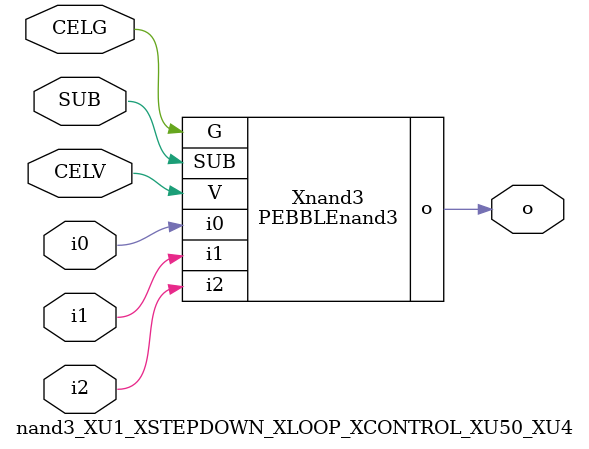
<source format=v>



module PEBBLEnand3 ( o, G, SUB, V, i0, i1, i2 );

  input i0;
  input V;
  input i2;
  input i1;
  input G;
  output o;
  input SUB;
endmodule

//Celera Confidential Do Not Copy nand3_XU1_XSTEPDOWN_XLOOP_XCONTROL_XU50_XU4
//Celera Confidential Symbol Generator
//5V Inverter
module nand3_XU1_XSTEPDOWN_XLOOP_XCONTROL_XU50_XU4 (CELV,CELG,i0,i1,i2,o,SUB);
input CELV;
input CELG;
input i0;
input i1;
input i2;
input SUB;
output o;

//Celera Confidential Do Not Copy nand3
PEBBLEnand3 Xnand3(
.V (CELV),
.i0 (i0),
.i1 (i1),
.i2 (i2),
.o (o),
.SUB (SUB),
.G (CELG)
);
//,diesize,PEBBLEnand3

//Celera Confidential Do Not Copy Module End
//Celera Schematic Generator
endmodule

</source>
